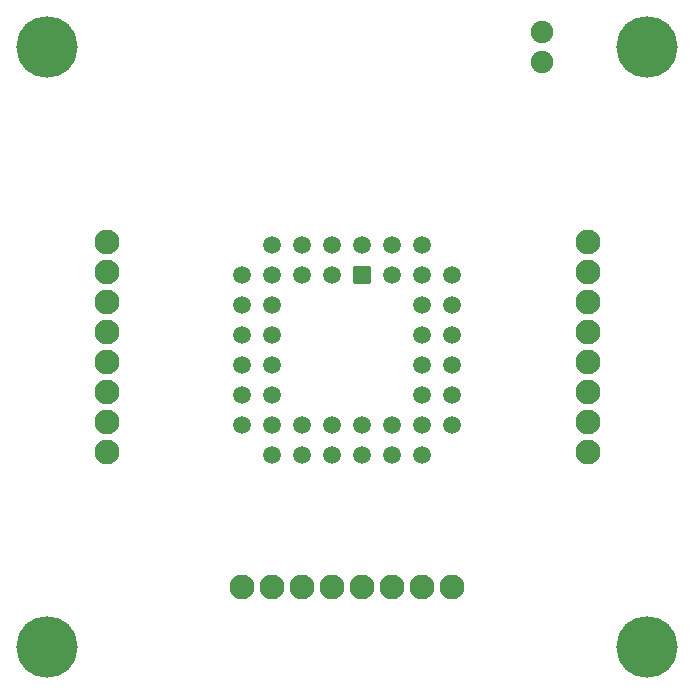
<source format=gbs>
G04 Layer: BottomSolderMaskLayer*
G04 EasyEDA v6.5.32, 2023-07-25 14:04:49*
G04 f14fb49f93b44de6823b6a38d3d77f6c,5a6b42c53f6a479593ecc07194224c93,10*
G04 Gerber Generator version 0.2*
G04 Scale: 100 percent, Rotated: No, Reflected: No *
G04 Dimensions in millimeters *
G04 leading zeros omitted , absolute positions ,4 integer and 5 decimal *
%FSLAX45Y45*%
%MOMM*%

%AMMACRO1*1,1,$1,$2,$3*1,1,$1,$4,$5*1,1,$1,0-$2,0-$3*1,1,$1,0-$4,0-$5*20,1,$1,$2,$3,$4,$5,0*20,1,$1,$4,$5,0-$2,0-$3,0*20,1,$1,0-$2,0-$3,0-$4,0-$5,0*20,1,$1,0-$4,0-$5,$2,$3,0*4,1,4,$2,$3,$4,$5,0-$2,0-$3,0-$4,0-$5,$2,$3,0*%
%ADD10MACRO1,0.1016X0.6985X-0.6985X-0.6985X-0.6985*%
%ADD11C,1.4986*%
%ADD12C,5.2032*%
%ADD13C,1.9016*%
%ADD14C,2.1016*%

%LPD*%
D10*
G01*
X3047994Y3530594D03*
D11*
G01*
X2794000Y3784600D03*
G01*
X2794000Y3530600D03*
G01*
X2540000Y3784600D03*
G01*
X2540000Y3530600D03*
G01*
X2286000Y3784600D03*
G01*
X2032000Y3530600D03*
G01*
X2286000Y3530600D03*
G01*
X2032000Y3276600D03*
G01*
X2286000Y3276600D03*
G01*
X2032000Y3022600D03*
G01*
X2286000Y3022600D03*
G01*
X2032000Y2768600D03*
G01*
X2286000Y2768600D03*
G01*
X2032000Y2514600D03*
G01*
X2286000Y2514600D03*
G01*
X2032000Y2260600D03*
G01*
X2286000Y2006600D03*
G01*
X2286000Y2260600D03*
G01*
X2540000Y2006600D03*
G01*
X2540000Y2260600D03*
G01*
X2794000Y2006600D03*
G01*
X2794000Y2260600D03*
G01*
X3048000Y2006600D03*
G01*
X3048000Y2260600D03*
G01*
X3302000Y2006600D03*
G01*
X3302000Y2260600D03*
G01*
X3556000Y2006600D03*
G01*
X3810000Y2260600D03*
G01*
X3556000Y2260600D03*
G01*
X3810000Y2514600D03*
G01*
X3556000Y2514600D03*
G01*
X3810000Y2768600D03*
G01*
X3556000Y2768600D03*
G01*
X3810000Y3022600D03*
G01*
X3556000Y3022600D03*
G01*
X3810000Y3276600D03*
G01*
X3556000Y3276600D03*
G01*
X3810000Y3530600D03*
G01*
X3556000Y3784600D03*
G01*
X3556000Y3530600D03*
G01*
X3302000Y3784600D03*
G01*
X3302000Y3530600D03*
G01*
X3048000Y3784600D03*
D12*
G01*
X381000Y5461000D03*
G01*
X5461000Y5461000D03*
G01*
X5461000Y381000D03*
G01*
X381000Y381000D03*
D13*
G01*
X4572000Y5588000D03*
G01*
X4572000Y5334000D03*
D14*
G01*
X3810000Y889000D03*
G01*
X3556000Y889000D03*
G01*
X3302000Y889000D03*
G01*
X3048000Y889000D03*
G01*
X2794000Y889000D03*
G01*
X2540000Y889000D03*
G01*
X2286000Y889000D03*
G01*
X2032000Y889000D03*
G01*
X4956581Y2029205D03*
G01*
X4956581Y2283205D03*
G01*
X4956581Y2537205D03*
G01*
X4956581Y2791205D03*
G01*
X4956581Y3045205D03*
G01*
X4956581Y3299205D03*
G01*
X4956581Y3553205D03*
G01*
X4956581Y3807205D03*
G01*
X885418Y2027097D03*
G01*
X885418Y2281097D03*
G01*
X885418Y2535097D03*
G01*
X885418Y2789097D03*
G01*
X885418Y3043097D03*
G01*
X885418Y3297097D03*
G01*
X885418Y3551097D03*
G01*
X885418Y3805097D03*
M02*

</source>
